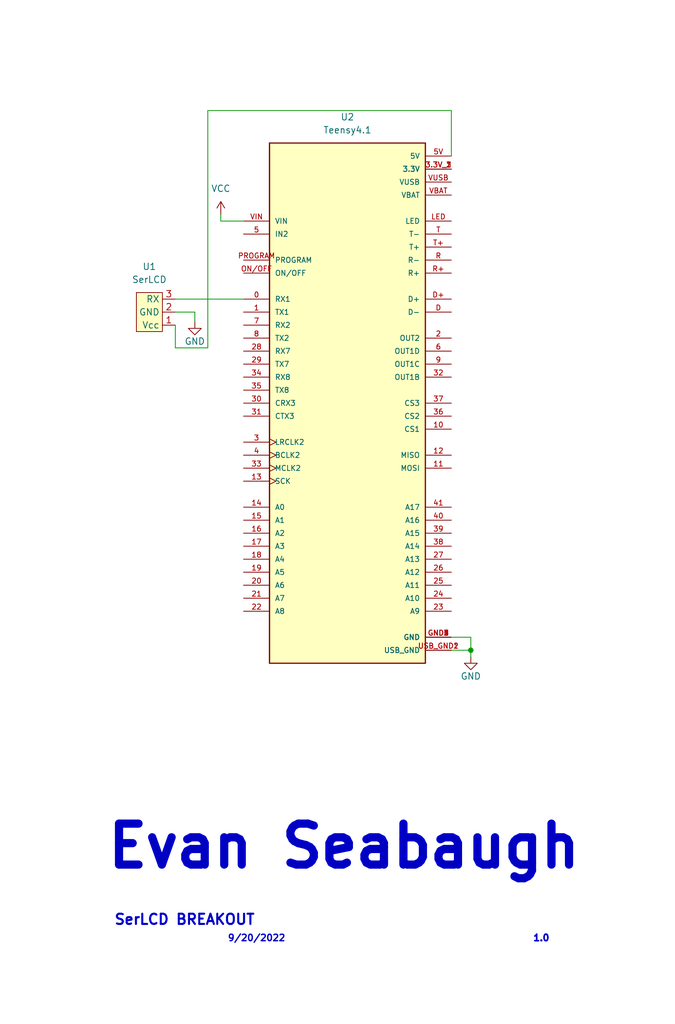
<source format=kicad_sch>
(kicad_sch (version 20211123) (generator eeschema)
  (paper "User" 132.004 200)
  (lib_symbols
    (symbol "MRDT_Research:SerLCD"
      (property "Reference" "U" (at 5.08 2.54 0))
      (property "Value" "SerLCD" (at 0 6.35 0))
      (symbol "SerLCD_0_1"
        (rectangle (start -3.81 0) (end 3.81 5.08) (fill (type background)))
      )
      (symbol "SerLCD_1_1"
        (pin input line (at -2.54 -2.54 90) (length 2.54) (name "Vcc") (number "1"))
        (pin input line (at 0 -2.54 90) (length 2.54) (name "GND") (number "2"))
        (pin input line (at 2.54 -2.54 90) (length 2.54) (name "RX") (number "3"))
      )
    )
    (symbol "MRDT_Research:Teensy4.1" (pin_names (offset 1.016))
      (property "Reference" "U2" (at 0 55.88 0))
      (property "Value" "Teensy4.1" (at 0 53.34 0))
      (symbol "Teensy4.1_0_0"
        (rectangle (start -15.24 -50.8) (end 15.24 50.8) (stroke (width 0.254)) (fill (type background)))
        (pin bidirectional line (at -20.32 20.32 0) (length 5.08) (name "RX1") (number "0"))
        (pin bidirectional line (at -20.32 17.78 0) (length 5.08) (name "TX1") (number "1"))
        (pin bidirectional line (at 20.32 -5.08 180) (length 5.08) (name "CS1") (number "10"))
        (pin bidirectional line (at 20.32 -12.7 180) (length 5.08) (name "MOSI") (number "11"))
        (pin bidirectional line (at 20.32 -10.16 180) (length 5.08) (name "MISO") (number "12"))
        (pin bidirectional clock (at -20.32 -15.24 0) (length 5.08) (name "SCK") (number "13"))
        (pin bidirectional line (at -20.32 -20.32 0) (length 5.08) (name "A0") (number "14"))
        (pin bidirectional line (at -20.32 -22.86 0) (length 5.08) (name "A1") (number "15"))
        (pin bidirectional line (at -20.32 -25.4 0) (length 5.08) (name "A2") (number "16"))
        (pin bidirectional line (at -20.32 -27.94 0) (length 5.08) (name "A3") (number "17"))
        (pin bidirectional line (at -20.32 -30.48 0) (length 5.08) (name "A4") (number "18"))
        (pin bidirectional line (at -20.32 -33.02 0) (length 5.08) (name "A5") (number "19"))
        (pin output line (at 20.32 12.7 180) (length 5.08) (name "OUT2") (number "2"))
        (pin bidirectional line (at -20.32 -35.56 0) (length 5.08) (name "A6") (number "20"))
        (pin bidirectional line (at -20.32 -38.1 0) (length 5.08) (name "A7") (number "21"))
        (pin bidirectional line (at -20.32 -40.64 0) (length 5.08) (name "A8") (number "22"))
        (pin bidirectional line (at 20.32 -40.64 180) (length 5.08) (name "A9") (number "23"))
        (pin bidirectional line (at 20.32 -38.1 180) (length 5.08) (name "A10") (number "24"))
        (pin bidirectional line (at 20.32 -35.56 180) (length 5.08) (name "A11") (number "25"))
        (pin bidirectional line (at 20.32 -33.02 180) (length 5.08) (name "A12") (number "26"))
        (pin bidirectional line (at 20.32 -30.48 180) (length 5.08) (name "A13") (number "27"))
        (pin bidirectional line (at -20.32 10.16 0) (length 5.08) (name "RX7") (number "28"))
        (pin bidirectional line (at -20.32 7.62 0) (length 5.08) (name "TX7") (number "29"))
        (pin bidirectional clock (at -20.32 -7.62 0) (length 5.08) (name "LRCLK2") (number "3"))
        (pin power_in line (at 20.32 45.72 180) (length 5.08) (name "3.3V") (number "3.3V_1"))
        (pin power_in line (at 20.32 45.72 180) (length 5.08) (name "3.3V") (number "3.3V_2"))
        (pin power_in line (at 20.32 45.72 180) (length 5.08) (name "3.3V") (number "3.3V_3"))
        (pin bidirectional line (at -20.32 0 0) (length 5.08) (name "CRX3") (number "30"))
        (pin bidirectional line (at -20.32 -2.54 0) (length 5.08) (name "CTX3") (number "31"))
        (pin output line (at 20.32 5.08 180) (length 5.08) (name "OUT1B") (number "32"))
        (pin bidirectional clock (at -20.32 -12.7 0) (length 5.08) (name "MCLK2") (number "33"))
        (pin bidirectional line (at -20.32 5.08 0) (length 5.08) (name "RX8") (number "34"))
        (pin bidirectional line (at -20.32 2.54 0) (length 5.08) (name "TX8") (number "35"))
        (pin bidirectional line (at 20.32 -2.54 180) (length 5.08) (name "CS2") (number "36"))
        (pin bidirectional line (at 20.32 0 180) (length 5.08) (name "CS3") (number "37"))
        (pin bidirectional line (at 20.32 -27.94 180) (length 5.08) (name "A14") (number "38"))
        (pin bidirectional line (at 20.32 -25.4 180) (length 5.08) (name "A15") (number "39"))
        (pin bidirectional clock (at -20.32 -10.16 0) (length 5.08) (name "BCLK2") (number "4"))
        (pin bidirectional line (at 20.32 -22.86 180) (length 5.08) (name "A16") (number "40"))
        (pin bidirectional line (at 20.32 -20.32 180) (length 5.08) (name "A17") (number "41"))
        (pin bidirectional line (at -20.32 33.02 0) (length 5.08) (name "IN2") (number "5"))
        (pin power_in line (at 20.32 48.26 180) (length 5.08) (name "5V") (number "5V"))
        (pin output line (at 20.32 10.16 180) (length 5.08) (name "OUT1D") (number "6"))
        (pin bidirectional line (at -20.32 15.24 0) (length 5.08) (name "RX2") (number "7"))
        (pin bidirectional line (at -20.32 12.7 0) (length 5.08) (name "TX2") (number "8"))
        (pin output line (at 20.32 7.62 180) (length 5.08) (name "OUT1C") (number "9"))
        (pin bidirectional line (at 20.32 17.78 180) (length 5.08) (name "D-") (number "D"))
        (pin bidirectional line (at 20.32 20.32 180) (length 5.08) (name "D+") (number "D+"))
        (pin power_in line (at 20.32 -45.72 180) (length 5.08) (name "GND") (number "GND1"))
        (pin power_in line (at 20.32 -45.72 180) (length 5.08) (name "GND") (number "GND2"))
        (pin power_in line (at 20.32 -45.72 180) (length 5.08) (name "GND") (number "GND3"))
        (pin power_in line (at 20.32 -45.72 180) (length 5.08) (name "GND") (number "GND4"))
        (pin power_in line (at 20.32 -45.72 180) (length 5.08) (name "GND") (number "GND5"))
        (pin bidirectional line (at 20.32 35.56 180) (length 5.08) (name "LED") (number "LED"))
        (pin bidirectional line (at -20.32 25.4 0) (length 5.08) (name "ON/OFF") (number "ON/OFF"))
        (pin bidirectional line (at -20.32 27.94 0) (length 5.08) (name "PROGRAM") (number "PROGRAM"))
        (pin bidirectional line (at 20.32 27.94 180) (length 5.08) (name "R-") (number "R"))
        (pin bidirectional line (at 20.32 25.4 180) (length 5.08) (name "R+") (number "R+"))
        (pin bidirectional line (at 20.32 33.02 180) (length 5.08) (name "T-") (number "T"))
        (pin bidirectional line (at 20.32 30.48 180) (length 5.08) (name "T+") (number "T+"))
        (pin power_in line (at 20.32 -48.26 180) (length 5.08) (name "USB_GND") (number "USB_GND1"))
        (pin power_in line (at 20.32 -48.26 180) (length 5.08) (name "USB_GND") (number "USB_GND2"))
        (pin passive line (at 20.32 40.64 180) (length 5.08) (name "VBAT") (number "VBAT"))
        (pin input line (at -20.32 35.56 0) (length 5.08) (name "VIN") (number "VIN"))
        (pin passive line (at 20.32 43.18 180) (length 5.08) (name "VUSB") (number "VUSB"))
      )
    )
    (symbol "power:GND" (power) (pin_names (offset 0))
      (property "Value" "GND" (at 0 -3.81 0))
      (symbol "GND_0_1"
        (polyline (pts (xy 0 0) (xy 0 -1.27) (xy 1.27 -1.27) (xy 0 -2.54) (xy -1.27 -1.27) (xy 0 -1.27)))
      )
      (symbol "GND_1_1"
        (pin power_in line (at 0 0 270) (length 0) hide (name "GND") (number "1"))
      )
    )
    (symbol "power:VCC" (power) (pin_names (offset 0))
      (property "Value" "VCC" (at 0 3.81 0))
      (symbol "VCC_0_1"
        (polyline (pts (xy -0.762 1.27) (xy 0 2.54)))
        (polyline (pts (xy 0 0) (xy 0 2.54)))
        (polyline (pts (xy 0 2.54) (xy 0.762 1.27)))
      )
      (symbol "VCC_1_1"
        (pin power_in line (at 0 0 90) (length 0) hide (name "VCC") (number "1"))
      )
    )
  )
  (junction (at 92.075 127))
  (wire (pts (xy 88.265 124.46) (xy 92.075 124.46)))
  (wire (pts (xy 43.18 43.18) (xy 43.18 41.91)))
  (wire (pts (xy 92.075 128.27) (xy 92.075 127)))
  (wire (pts (xy 40.64 21.59) (xy 40.64 67.945)))
  (wire (pts (xy 88.265 30.48) (xy 88.265 21.59)))
  (wire (pts (xy 34.29 63.5) (xy 34.29 67.945)))
  (wire (pts (xy 38.1 60.96) (xy 38.1 62.865)))
  (wire (pts (xy 34.29 58.42) (xy 47.625 58.42)))
  (wire (pts (xy 88.265 21.59) (xy 40.64 21.59)))
  (wire (pts (xy 34.29 67.945) (xy 40.64 67.945)))
  (wire (pts (xy 47.625 43.18) (xy 43.18 43.18)))
  (wire (pts (xy 34.29 60.96) (xy 38.1 60.96)))
  (wire (pts (xy 92.075 124.46) (xy 92.075 127)))
  (wire (pts (xy 88.265 127) (xy 92.075 127)))
  (text "9/20/2022" (at 44.45 184.15 0) (effects (font (size 1.27 1.27) bold) (justify left bottom)))
  (text "1.0" (at 104.14 184.15 0) (effects (font (size 1.27 1.27) (thickness 0.4) bold) (justify left bottom)))
  (text "Evan Seabaugh " (at 20.32 170.18 0) (effects (font (size 8 8) (thickness 1.6) bold) (justify left bottom)))
  (text "SerLCD BREAKOUT\n" (at 22.225 180.975 0) (effects (font (size 2 2) (thickness 0.4) bold) (justify left bottom)))
  (symbol (lib_id "power:VCC") (at 43.18 41.91 0) (unit 1)
    (property "Reference" "#PWR0103" (effects hide))
    (property "Value" "VCC" (at 43.18 36.83 0))
  )
  (symbol (lib_id "MRDT_Research:Teensy4.1") (at 67.945 78.74 0) (unit 1)
    (property "Reference" "U2" (at 67.945 22.86 0))
    (property "Value" "Teensy4.1" (at 67.945 25.4 0))
    (property "Footprint" "MRDT_Research:Teensy 4.1" (effects hide))
    (property "STANDARD" "Manufacturer recommendations" (effects hide))
    (property "MAXIMUM_PACKAGE_HEIGHT" "4.07mm" (effects hide))
    (property "MANUFACTURER" "SparkFun Electronics" (effects hide))
    (property "PARTREV" "4.1" (effects hide))
  )
  (symbol (lib_id "power:GND") (at 92.075 128.27 0) (unit 1)
    (property "Reference" "#PWR0102" (effects hide))
    (property "Value" "GND" (at 92.075 132.08 0))
  )
  (symbol (lib_id "power:GND") (at 38.1 62.865 0) (unit 1)
    (property "Reference" "#PWR0101" (effects hide))
    (property "Value" "GND" (at 38.1 66.675 0))
  )
  (symbol (lib_id "MRDT_Research:SerLCD") (at 31.75 60.96 90) (unit 1)
    (property "Reference" "U1" (at 29.21 52.07 90))
    (property "Value" "SerLCD" (at 29.21 54.61 90))
    (property "Footprint" "MRDT_Research:MOLEX_SL_03_Vertical" (effects hide))
  )
)
</source>
